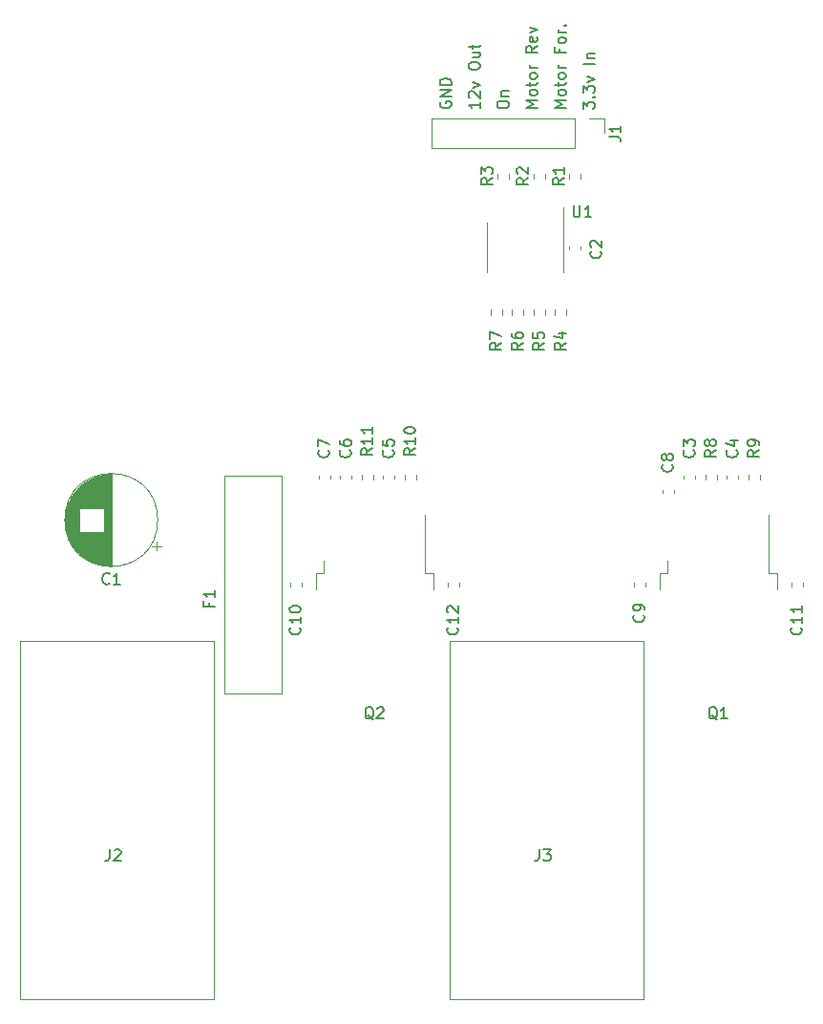
<source format=gbr>
%TF.GenerationSoftware,KiCad,Pcbnew,6.0.2+dfsg-1*%
%TF.CreationDate,2022-11-28T11:13:57-05:00*%
%TF.ProjectId,bts7960-clone-board,62747337-3936-4302-9d63-6c6f6e652d62,rev?*%
%TF.SameCoordinates,Original*%
%TF.FileFunction,Legend,Top*%
%TF.FilePolarity,Positive*%
%FSLAX46Y46*%
G04 Gerber Fmt 4.6, Leading zero omitted, Abs format (unit mm)*
G04 Created by KiCad (PCBNEW 6.0.2+dfsg-1) date 2022-11-28 11:13:57*
%MOMM*%
%LPD*%
G01*
G04 APERTURE LIST*
%ADD10C,0.150000*%
%ADD11C,0.120000*%
G04 APERTURE END LIST*
D10*
X94115000Y-42320595D02*
X94067380Y-42415833D01*
X94067380Y-42558690D01*
X94115000Y-42701547D01*
X94210238Y-42796785D01*
X94305476Y-42844404D01*
X94495952Y-42892023D01*
X94638809Y-42892023D01*
X94829285Y-42844404D01*
X94924523Y-42796785D01*
X95019761Y-42701547D01*
X95067380Y-42558690D01*
X95067380Y-42463452D01*
X95019761Y-42320595D01*
X94972142Y-42272976D01*
X94638809Y-42272976D01*
X94638809Y-42463452D01*
X95067380Y-41844404D02*
X94067380Y-41844404D01*
X95067380Y-41272976D01*
X94067380Y-41272976D01*
X95067380Y-40796785D02*
X94067380Y-40796785D01*
X94067380Y-40558690D01*
X94115000Y-40415833D01*
X94210238Y-40320595D01*
X94305476Y-40272976D01*
X94495952Y-40225357D01*
X94638809Y-40225357D01*
X94829285Y-40272976D01*
X94924523Y-40320595D01*
X95019761Y-40415833D01*
X95067380Y-40558690D01*
X95067380Y-40796785D01*
X97607380Y-42320595D02*
X97607380Y-42892023D01*
X97607380Y-42606309D02*
X96607380Y-42606309D01*
X96750238Y-42701547D01*
X96845476Y-42796785D01*
X96893095Y-42892023D01*
X96702619Y-41939642D02*
X96655000Y-41892023D01*
X96607380Y-41796785D01*
X96607380Y-41558690D01*
X96655000Y-41463452D01*
X96702619Y-41415833D01*
X96797857Y-41368214D01*
X96893095Y-41368214D01*
X97035952Y-41415833D01*
X97607380Y-41987261D01*
X97607380Y-41368214D01*
X96940714Y-41034880D02*
X97607380Y-40796785D01*
X96940714Y-40558690D01*
X96607380Y-39225357D02*
X96607380Y-39034880D01*
X96655000Y-38939642D01*
X96750238Y-38844404D01*
X96940714Y-38796785D01*
X97274047Y-38796785D01*
X97464523Y-38844404D01*
X97559761Y-38939642D01*
X97607380Y-39034880D01*
X97607380Y-39225357D01*
X97559761Y-39320595D01*
X97464523Y-39415833D01*
X97274047Y-39463452D01*
X96940714Y-39463452D01*
X96750238Y-39415833D01*
X96655000Y-39320595D01*
X96607380Y-39225357D01*
X96940714Y-37939642D02*
X97607380Y-37939642D01*
X96940714Y-38368214D02*
X97464523Y-38368214D01*
X97559761Y-38320595D01*
X97607380Y-38225357D01*
X97607380Y-38082500D01*
X97559761Y-37987261D01*
X97512142Y-37939642D01*
X96940714Y-37606309D02*
X96940714Y-37225357D01*
X96607380Y-37463452D02*
X97464523Y-37463452D01*
X97559761Y-37415833D01*
X97607380Y-37320595D01*
X97607380Y-37225357D01*
X99147380Y-42653928D02*
X99147380Y-42463452D01*
X99195000Y-42368214D01*
X99290238Y-42272976D01*
X99480714Y-42225357D01*
X99814047Y-42225357D01*
X100004523Y-42272976D01*
X100099761Y-42368214D01*
X100147380Y-42463452D01*
X100147380Y-42653928D01*
X100099761Y-42749166D01*
X100004523Y-42844404D01*
X99814047Y-42892023D01*
X99480714Y-42892023D01*
X99290238Y-42844404D01*
X99195000Y-42749166D01*
X99147380Y-42653928D01*
X99480714Y-41796785D02*
X100147380Y-41796785D01*
X99575952Y-41796785D02*
X99528333Y-41749166D01*
X99480714Y-41653928D01*
X99480714Y-41511071D01*
X99528333Y-41415833D01*
X99623571Y-41368214D01*
X100147380Y-41368214D01*
X102687380Y-42844404D02*
X101687380Y-42844404D01*
X102401666Y-42511071D01*
X101687380Y-42177738D01*
X102687380Y-42177738D01*
X102687380Y-41558690D02*
X102639761Y-41653928D01*
X102592142Y-41701547D01*
X102496904Y-41749166D01*
X102211190Y-41749166D01*
X102115952Y-41701547D01*
X102068333Y-41653928D01*
X102020714Y-41558690D01*
X102020714Y-41415833D01*
X102068333Y-41320595D01*
X102115952Y-41272976D01*
X102211190Y-41225357D01*
X102496904Y-41225357D01*
X102592142Y-41272976D01*
X102639761Y-41320595D01*
X102687380Y-41415833D01*
X102687380Y-41558690D01*
X102020714Y-40939642D02*
X102020714Y-40558690D01*
X101687380Y-40796785D02*
X102544523Y-40796785D01*
X102639761Y-40749166D01*
X102687380Y-40653928D01*
X102687380Y-40558690D01*
X102687380Y-40082500D02*
X102639761Y-40177738D01*
X102592142Y-40225357D01*
X102496904Y-40272976D01*
X102211190Y-40272976D01*
X102115952Y-40225357D01*
X102068333Y-40177738D01*
X102020714Y-40082500D01*
X102020714Y-39939642D01*
X102068333Y-39844404D01*
X102115952Y-39796785D01*
X102211190Y-39749166D01*
X102496904Y-39749166D01*
X102592142Y-39796785D01*
X102639761Y-39844404D01*
X102687380Y-39939642D01*
X102687380Y-40082500D01*
X102687380Y-39320595D02*
X102020714Y-39320595D01*
X102211190Y-39320595D02*
X102115952Y-39272976D01*
X102068333Y-39225357D01*
X102020714Y-39130119D01*
X102020714Y-39034880D01*
X102687380Y-37368214D02*
X102211190Y-37701547D01*
X102687380Y-37939642D02*
X101687380Y-37939642D01*
X101687380Y-37558690D01*
X101735000Y-37463452D01*
X101782619Y-37415833D01*
X101877857Y-37368214D01*
X102020714Y-37368214D01*
X102115952Y-37415833D01*
X102163571Y-37463452D01*
X102211190Y-37558690D01*
X102211190Y-37939642D01*
X102639761Y-36558690D02*
X102687380Y-36653928D01*
X102687380Y-36844404D01*
X102639761Y-36939642D01*
X102544523Y-36987261D01*
X102163571Y-36987261D01*
X102068333Y-36939642D01*
X102020714Y-36844404D01*
X102020714Y-36653928D01*
X102068333Y-36558690D01*
X102163571Y-36511071D01*
X102258809Y-36511071D01*
X102354047Y-36987261D01*
X102020714Y-36177738D02*
X102687380Y-35939642D01*
X102020714Y-35701547D01*
X105227380Y-42844404D02*
X104227380Y-42844404D01*
X104941666Y-42511071D01*
X104227380Y-42177738D01*
X105227380Y-42177738D01*
X105227380Y-41558690D02*
X105179761Y-41653928D01*
X105132142Y-41701547D01*
X105036904Y-41749166D01*
X104751190Y-41749166D01*
X104655952Y-41701547D01*
X104608333Y-41653928D01*
X104560714Y-41558690D01*
X104560714Y-41415833D01*
X104608333Y-41320595D01*
X104655952Y-41272976D01*
X104751190Y-41225357D01*
X105036904Y-41225357D01*
X105132142Y-41272976D01*
X105179761Y-41320595D01*
X105227380Y-41415833D01*
X105227380Y-41558690D01*
X104560714Y-40939642D02*
X104560714Y-40558690D01*
X104227380Y-40796785D02*
X105084523Y-40796785D01*
X105179761Y-40749166D01*
X105227380Y-40653928D01*
X105227380Y-40558690D01*
X105227380Y-40082500D02*
X105179761Y-40177738D01*
X105132142Y-40225357D01*
X105036904Y-40272976D01*
X104751190Y-40272976D01*
X104655952Y-40225357D01*
X104608333Y-40177738D01*
X104560714Y-40082500D01*
X104560714Y-39939642D01*
X104608333Y-39844404D01*
X104655952Y-39796785D01*
X104751190Y-39749166D01*
X105036904Y-39749166D01*
X105132142Y-39796785D01*
X105179761Y-39844404D01*
X105227380Y-39939642D01*
X105227380Y-40082500D01*
X105227380Y-39320595D02*
X104560714Y-39320595D01*
X104751190Y-39320595D02*
X104655952Y-39272976D01*
X104608333Y-39225357D01*
X104560714Y-39130119D01*
X104560714Y-39034880D01*
X104703571Y-37606309D02*
X104703571Y-37939642D01*
X105227380Y-37939642D02*
X104227380Y-37939642D01*
X104227380Y-37463452D01*
X105227380Y-36939642D02*
X105179761Y-37034880D01*
X105132142Y-37082500D01*
X105036904Y-37130119D01*
X104751190Y-37130119D01*
X104655952Y-37082500D01*
X104608333Y-37034880D01*
X104560714Y-36939642D01*
X104560714Y-36796785D01*
X104608333Y-36701547D01*
X104655952Y-36653928D01*
X104751190Y-36606309D01*
X105036904Y-36606309D01*
X105132142Y-36653928D01*
X105179761Y-36701547D01*
X105227380Y-36796785D01*
X105227380Y-36939642D01*
X105227380Y-36177738D02*
X104560714Y-36177738D01*
X104751190Y-36177738D02*
X104655952Y-36130119D01*
X104608333Y-36082500D01*
X104560714Y-35987261D01*
X104560714Y-35892023D01*
X105132142Y-35558690D02*
X105179761Y-35511071D01*
X105227380Y-35558690D01*
X105179761Y-35606309D01*
X105132142Y-35558690D01*
X105227380Y-35558690D01*
X106767380Y-42939642D02*
X106767380Y-42320595D01*
X107148333Y-42653928D01*
X107148333Y-42511071D01*
X107195952Y-42415833D01*
X107243571Y-42368214D01*
X107338809Y-42320595D01*
X107576904Y-42320595D01*
X107672142Y-42368214D01*
X107719761Y-42415833D01*
X107767380Y-42511071D01*
X107767380Y-42796785D01*
X107719761Y-42892023D01*
X107672142Y-42939642D01*
X107672142Y-41892023D02*
X107719761Y-41844404D01*
X107767380Y-41892023D01*
X107719761Y-41939642D01*
X107672142Y-41892023D01*
X107767380Y-41892023D01*
X106767380Y-41511071D02*
X106767380Y-40892023D01*
X107148333Y-41225357D01*
X107148333Y-41082500D01*
X107195952Y-40987261D01*
X107243571Y-40939642D01*
X107338809Y-40892023D01*
X107576904Y-40892023D01*
X107672142Y-40939642D01*
X107719761Y-40987261D01*
X107767380Y-41082500D01*
X107767380Y-41368214D01*
X107719761Y-41463452D01*
X107672142Y-41511071D01*
X107100714Y-40558690D02*
X107767380Y-40320595D01*
X107100714Y-40082500D01*
X107767380Y-38939642D02*
X106767380Y-38939642D01*
X107100714Y-38463452D02*
X107767380Y-38463452D01*
X107195952Y-38463452D02*
X107148333Y-38415833D01*
X107100714Y-38320595D01*
X107100714Y-38177738D01*
X107148333Y-38082500D01*
X107243571Y-38034880D01*
X107767380Y-38034880D01*
%TO.C,C11*%
X126087142Y-88907857D02*
X126134761Y-88955476D01*
X126182380Y-89098333D01*
X126182380Y-89193571D01*
X126134761Y-89336428D01*
X126039523Y-89431666D01*
X125944285Y-89479285D01*
X125753809Y-89526904D01*
X125610952Y-89526904D01*
X125420476Y-89479285D01*
X125325238Y-89431666D01*
X125230000Y-89336428D01*
X125182380Y-89193571D01*
X125182380Y-89098333D01*
X125230000Y-88955476D01*
X125277619Y-88907857D01*
X126182380Y-87955476D02*
X126182380Y-88526904D01*
X126182380Y-88241190D02*
X125182380Y-88241190D01*
X125325238Y-88336428D01*
X125420476Y-88431666D01*
X125468095Y-88526904D01*
X126182380Y-87003095D02*
X126182380Y-87574523D01*
X126182380Y-87288809D02*
X125182380Y-87288809D01*
X125325238Y-87384047D01*
X125420476Y-87479285D01*
X125468095Y-87574523D01*
%TO.C,R2*%
X101892380Y-49061666D02*
X101416190Y-49395000D01*
X101892380Y-49633095D02*
X100892380Y-49633095D01*
X100892380Y-49252142D01*
X100940000Y-49156904D01*
X100987619Y-49109285D01*
X101082857Y-49061666D01*
X101225714Y-49061666D01*
X101320952Y-49109285D01*
X101368571Y-49156904D01*
X101416190Y-49252142D01*
X101416190Y-49633095D01*
X100987619Y-48680714D02*
X100940000Y-48633095D01*
X100892380Y-48537857D01*
X100892380Y-48299761D01*
X100940000Y-48204523D01*
X100987619Y-48156904D01*
X101082857Y-48109285D01*
X101178095Y-48109285D01*
X101320952Y-48156904D01*
X101892380Y-48728333D01*
X101892380Y-48109285D01*
%TO.C,R7*%
X99512380Y-63666666D02*
X99036190Y-64000000D01*
X99512380Y-64238095D02*
X98512380Y-64238095D01*
X98512380Y-63857142D01*
X98560000Y-63761904D01*
X98607619Y-63714285D01*
X98702857Y-63666666D01*
X98845714Y-63666666D01*
X98940952Y-63714285D01*
X98988571Y-63761904D01*
X99036190Y-63857142D01*
X99036190Y-64238095D01*
X98512380Y-63333333D02*
X98512380Y-62666666D01*
X99512380Y-63095238D01*
%TO.C,J1*%
X109097380Y-45418333D02*
X109811666Y-45418333D01*
X109954523Y-45465952D01*
X110049761Y-45561190D01*
X110097380Y-45704047D01*
X110097380Y-45799285D01*
X110097380Y-44418333D02*
X110097380Y-44989761D01*
X110097380Y-44704047D02*
X109097380Y-44704047D01*
X109240238Y-44799285D01*
X109335476Y-44894523D01*
X109383095Y-44989761D01*
%TO.C,C9*%
X112117142Y-87796666D02*
X112164761Y-87844285D01*
X112212380Y-87987142D01*
X112212380Y-88082380D01*
X112164761Y-88225238D01*
X112069523Y-88320476D01*
X111974285Y-88368095D01*
X111783809Y-88415714D01*
X111640952Y-88415714D01*
X111450476Y-88368095D01*
X111355238Y-88320476D01*
X111260000Y-88225238D01*
X111212380Y-88082380D01*
X111212380Y-87987142D01*
X111260000Y-87844285D01*
X111307619Y-87796666D01*
X112212380Y-87320476D02*
X112212380Y-87130000D01*
X112164761Y-87034761D01*
X112117142Y-86987142D01*
X111974285Y-86891904D01*
X111783809Y-86844285D01*
X111402857Y-86844285D01*
X111307619Y-86891904D01*
X111260000Y-86939523D01*
X111212380Y-87034761D01*
X111212380Y-87225238D01*
X111260000Y-87320476D01*
X111307619Y-87368095D01*
X111402857Y-87415714D01*
X111640952Y-87415714D01*
X111736190Y-87368095D01*
X111783809Y-87320476D01*
X111831428Y-87225238D01*
X111831428Y-87034761D01*
X111783809Y-86939523D01*
X111736190Y-86891904D01*
X111640952Y-86844285D01*
%TO.C,Q2*%
X88169761Y-97067619D02*
X88074523Y-97020000D01*
X87979285Y-96924761D01*
X87836428Y-96781904D01*
X87741190Y-96734285D01*
X87645952Y-96734285D01*
X87693571Y-96972380D02*
X87598333Y-96924761D01*
X87503095Y-96829523D01*
X87455476Y-96639047D01*
X87455476Y-96305714D01*
X87503095Y-96115238D01*
X87598333Y-96020000D01*
X87693571Y-95972380D01*
X87884047Y-95972380D01*
X87979285Y-96020000D01*
X88074523Y-96115238D01*
X88122142Y-96305714D01*
X88122142Y-96639047D01*
X88074523Y-96829523D01*
X87979285Y-96924761D01*
X87884047Y-96972380D01*
X87693571Y-96972380D01*
X88503095Y-96067619D02*
X88550714Y-96020000D01*
X88645952Y-95972380D01*
X88884047Y-95972380D01*
X88979285Y-96020000D01*
X89026904Y-96067619D01*
X89074523Y-96162857D01*
X89074523Y-96258095D01*
X89026904Y-96400952D01*
X88455476Y-96972380D01*
X89074523Y-96972380D01*
%TO.C,C3*%
X116562142Y-73191666D02*
X116609761Y-73239285D01*
X116657380Y-73382142D01*
X116657380Y-73477380D01*
X116609761Y-73620238D01*
X116514523Y-73715476D01*
X116419285Y-73763095D01*
X116228809Y-73810714D01*
X116085952Y-73810714D01*
X115895476Y-73763095D01*
X115800238Y-73715476D01*
X115705000Y-73620238D01*
X115657380Y-73477380D01*
X115657380Y-73382142D01*
X115705000Y-73239285D01*
X115752619Y-73191666D01*
X115657380Y-72858333D02*
X115657380Y-72239285D01*
X116038333Y-72572619D01*
X116038333Y-72429761D01*
X116085952Y-72334523D01*
X116133571Y-72286904D01*
X116228809Y-72239285D01*
X116466904Y-72239285D01*
X116562142Y-72286904D01*
X116609761Y-72334523D01*
X116657380Y-72429761D01*
X116657380Y-72715476D01*
X116609761Y-72810714D01*
X116562142Y-72858333D01*
%TO.C,J2*%
X64777666Y-108577380D02*
X64777666Y-109291666D01*
X64730047Y-109434523D01*
X64634809Y-109529761D01*
X64491952Y-109577380D01*
X64396714Y-109577380D01*
X65206238Y-108672619D02*
X65253857Y-108625000D01*
X65349095Y-108577380D01*
X65587190Y-108577380D01*
X65682428Y-108625000D01*
X65730047Y-108672619D01*
X65777666Y-108767857D01*
X65777666Y-108863095D01*
X65730047Y-109005952D01*
X65158619Y-109577380D01*
X65777666Y-109577380D01*
%TO.C,R11*%
X88082380Y-73032857D02*
X87606190Y-73366190D01*
X88082380Y-73604285D02*
X87082380Y-73604285D01*
X87082380Y-73223333D01*
X87130000Y-73128095D01*
X87177619Y-73080476D01*
X87272857Y-73032857D01*
X87415714Y-73032857D01*
X87510952Y-73080476D01*
X87558571Y-73128095D01*
X87606190Y-73223333D01*
X87606190Y-73604285D01*
X88082380Y-72080476D02*
X88082380Y-72651904D01*
X88082380Y-72366190D02*
X87082380Y-72366190D01*
X87225238Y-72461428D01*
X87320476Y-72556666D01*
X87368095Y-72651904D01*
X88082380Y-71128095D02*
X88082380Y-71699523D01*
X88082380Y-71413809D02*
X87082380Y-71413809D01*
X87225238Y-71509047D01*
X87320476Y-71604285D01*
X87368095Y-71699523D01*
%TO.C,C4*%
X120372142Y-73191666D02*
X120419761Y-73239285D01*
X120467380Y-73382142D01*
X120467380Y-73477380D01*
X120419761Y-73620238D01*
X120324523Y-73715476D01*
X120229285Y-73763095D01*
X120038809Y-73810714D01*
X119895952Y-73810714D01*
X119705476Y-73763095D01*
X119610238Y-73715476D01*
X119515000Y-73620238D01*
X119467380Y-73477380D01*
X119467380Y-73382142D01*
X119515000Y-73239285D01*
X119562619Y-73191666D01*
X119800714Y-72334523D02*
X120467380Y-72334523D01*
X119419761Y-72572619D02*
X120134047Y-72810714D01*
X120134047Y-72191666D01*
%TO.C,R9*%
X122372380Y-73191666D02*
X121896190Y-73525000D01*
X122372380Y-73763095D02*
X121372380Y-73763095D01*
X121372380Y-73382142D01*
X121420000Y-73286904D01*
X121467619Y-73239285D01*
X121562857Y-73191666D01*
X121705714Y-73191666D01*
X121800952Y-73239285D01*
X121848571Y-73286904D01*
X121896190Y-73382142D01*
X121896190Y-73763095D01*
X122372380Y-72715476D02*
X122372380Y-72525000D01*
X122324761Y-72429761D01*
X122277142Y-72382142D01*
X122134285Y-72286904D01*
X121943809Y-72239285D01*
X121562857Y-72239285D01*
X121467619Y-72286904D01*
X121420000Y-72334523D01*
X121372380Y-72429761D01*
X121372380Y-72620238D01*
X121420000Y-72715476D01*
X121467619Y-72763095D01*
X121562857Y-72810714D01*
X121800952Y-72810714D01*
X121896190Y-72763095D01*
X121943809Y-72715476D01*
X121991428Y-72620238D01*
X121991428Y-72429761D01*
X121943809Y-72334523D01*
X121896190Y-72286904D01*
X121800952Y-72239285D01*
%TO.C,C12*%
X95607142Y-88907857D02*
X95654761Y-88955476D01*
X95702380Y-89098333D01*
X95702380Y-89193571D01*
X95654761Y-89336428D01*
X95559523Y-89431666D01*
X95464285Y-89479285D01*
X95273809Y-89526904D01*
X95130952Y-89526904D01*
X94940476Y-89479285D01*
X94845238Y-89431666D01*
X94750000Y-89336428D01*
X94702380Y-89193571D01*
X94702380Y-89098333D01*
X94750000Y-88955476D01*
X94797619Y-88907857D01*
X95702380Y-87955476D02*
X95702380Y-88526904D01*
X95702380Y-88241190D02*
X94702380Y-88241190D01*
X94845238Y-88336428D01*
X94940476Y-88431666D01*
X94988095Y-88526904D01*
X94797619Y-87574523D02*
X94750000Y-87526904D01*
X94702380Y-87431666D01*
X94702380Y-87193571D01*
X94750000Y-87098333D01*
X94797619Y-87050714D01*
X94892857Y-87003095D01*
X94988095Y-87003095D01*
X95130952Y-87050714D01*
X95702380Y-87622142D01*
X95702380Y-87003095D01*
%TO.C,R4*%
X105227380Y-63666666D02*
X104751190Y-64000000D01*
X105227380Y-64238095D02*
X104227380Y-64238095D01*
X104227380Y-63857142D01*
X104275000Y-63761904D01*
X104322619Y-63714285D01*
X104417857Y-63666666D01*
X104560714Y-63666666D01*
X104655952Y-63714285D01*
X104703571Y-63761904D01*
X104751190Y-63857142D01*
X104751190Y-64238095D01*
X104560714Y-62809523D02*
X105227380Y-62809523D01*
X104179761Y-63047619D02*
X104894047Y-63285714D01*
X104894047Y-62666666D01*
%TO.C,C5*%
X89892142Y-73191666D02*
X89939761Y-73239285D01*
X89987380Y-73382142D01*
X89987380Y-73477380D01*
X89939761Y-73620238D01*
X89844523Y-73715476D01*
X89749285Y-73763095D01*
X89558809Y-73810714D01*
X89415952Y-73810714D01*
X89225476Y-73763095D01*
X89130238Y-73715476D01*
X89035000Y-73620238D01*
X88987380Y-73477380D01*
X88987380Y-73382142D01*
X89035000Y-73239285D01*
X89082619Y-73191666D01*
X88987380Y-72286904D02*
X88987380Y-72763095D01*
X89463571Y-72810714D01*
X89415952Y-72763095D01*
X89368333Y-72667857D01*
X89368333Y-72429761D01*
X89415952Y-72334523D01*
X89463571Y-72286904D01*
X89558809Y-72239285D01*
X89796904Y-72239285D01*
X89892142Y-72286904D01*
X89939761Y-72334523D01*
X89987380Y-72429761D01*
X89987380Y-72667857D01*
X89939761Y-72763095D01*
X89892142Y-72810714D01*
%TO.C,C1*%
X64758333Y-84982142D02*
X64710714Y-85029761D01*
X64567857Y-85077380D01*
X64472619Y-85077380D01*
X64329761Y-85029761D01*
X64234523Y-84934523D01*
X64186904Y-84839285D01*
X64139285Y-84648809D01*
X64139285Y-84505952D01*
X64186904Y-84315476D01*
X64234523Y-84220238D01*
X64329761Y-84125000D01*
X64472619Y-84077380D01*
X64567857Y-84077380D01*
X64710714Y-84125000D01*
X64758333Y-84172619D01*
X65710714Y-85077380D02*
X65139285Y-85077380D01*
X65425000Y-85077380D02*
X65425000Y-84077380D01*
X65329761Y-84220238D01*
X65234523Y-84315476D01*
X65139285Y-84363095D01*
%TO.C,Q1*%
X118649761Y-97067619D02*
X118554523Y-97020000D01*
X118459285Y-96924761D01*
X118316428Y-96781904D01*
X118221190Y-96734285D01*
X118125952Y-96734285D01*
X118173571Y-96972380D02*
X118078333Y-96924761D01*
X117983095Y-96829523D01*
X117935476Y-96639047D01*
X117935476Y-96305714D01*
X117983095Y-96115238D01*
X118078333Y-96020000D01*
X118173571Y-95972380D01*
X118364047Y-95972380D01*
X118459285Y-96020000D01*
X118554523Y-96115238D01*
X118602142Y-96305714D01*
X118602142Y-96639047D01*
X118554523Y-96829523D01*
X118459285Y-96924761D01*
X118364047Y-96972380D01*
X118173571Y-96972380D01*
X119554523Y-96972380D02*
X118983095Y-96972380D01*
X119268809Y-96972380D02*
X119268809Y-95972380D01*
X119173571Y-96115238D01*
X119078333Y-96210476D01*
X118983095Y-96258095D01*
%TO.C,C10*%
X81637142Y-88907857D02*
X81684761Y-88955476D01*
X81732380Y-89098333D01*
X81732380Y-89193571D01*
X81684761Y-89336428D01*
X81589523Y-89431666D01*
X81494285Y-89479285D01*
X81303809Y-89526904D01*
X81160952Y-89526904D01*
X80970476Y-89479285D01*
X80875238Y-89431666D01*
X80780000Y-89336428D01*
X80732380Y-89193571D01*
X80732380Y-89098333D01*
X80780000Y-88955476D01*
X80827619Y-88907857D01*
X81732380Y-87955476D02*
X81732380Y-88526904D01*
X81732380Y-88241190D02*
X80732380Y-88241190D01*
X80875238Y-88336428D01*
X80970476Y-88431666D01*
X81018095Y-88526904D01*
X80732380Y-87336428D02*
X80732380Y-87241190D01*
X80780000Y-87145952D01*
X80827619Y-87098333D01*
X80922857Y-87050714D01*
X81113333Y-87003095D01*
X81351428Y-87003095D01*
X81541904Y-87050714D01*
X81637142Y-87098333D01*
X81684761Y-87145952D01*
X81732380Y-87241190D01*
X81732380Y-87336428D01*
X81684761Y-87431666D01*
X81637142Y-87479285D01*
X81541904Y-87526904D01*
X81351428Y-87574523D01*
X81113333Y-87574523D01*
X80922857Y-87526904D01*
X80827619Y-87479285D01*
X80780000Y-87431666D01*
X80732380Y-87336428D01*
%TO.C,U1*%
X105918095Y-51522380D02*
X105918095Y-52331904D01*
X105965714Y-52427142D01*
X106013333Y-52474761D01*
X106108571Y-52522380D01*
X106299047Y-52522380D01*
X106394285Y-52474761D01*
X106441904Y-52427142D01*
X106489523Y-52331904D01*
X106489523Y-51522380D01*
X107489523Y-52522380D02*
X106918095Y-52522380D01*
X107203809Y-52522380D02*
X107203809Y-51522380D01*
X107108571Y-51665238D01*
X107013333Y-51760476D01*
X106918095Y-51808095D01*
%TO.C,R8*%
X118562380Y-73191666D02*
X118086190Y-73525000D01*
X118562380Y-73763095D02*
X117562380Y-73763095D01*
X117562380Y-73382142D01*
X117610000Y-73286904D01*
X117657619Y-73239285D01*
X117752857Y-73191666D01*
X117895714Y-73191666D01*
X117990952Y-73239285D01*
X118038571Y-73286904D01*
X118086190Y-73382142D01*
X118086190Y-73763095D01*
X117990952Y-72620238D02*
X117943333Y-72715476D01*
X117895714Y-72763095D01*
X117800476Y-72810714D01*
X117752857Y-72810714D01*
X117657619Y-72763095D01*
X117610000Y-72715476D01*
X117562380Y-72620238D01*
X117562380Y-72429761D01*
X117610000Y-72334523D01*
X117657619Y-72286904D01*
X117752857Y-72239285D01*
X117800476Y-72239285D01*
X117895714Y-72286904D01*
X117943333Y-72334523D01*
X117990952Y-72429761D01*
X117990952Y-72620238D01*
X118038571Y-72715476D01*
X118086190Y-72763095D01*
X118181428Y-72810714D01*
X118371904Y-72810714D01*
X118467142Y-72763095D01*
X118514761Y-72715476D01*
X118562380Y-72620238D01*
X118562380Y-72429761D01*
X118514761Y-72334523D01*
X118467142Y-72286904D01*
X118371904Y-72239285D01*
X118181428Y-72239285D01*
X118086190Y-72286904D01*
X118038571Y-72334523D01*
X117990952Y-72429761D01*
%TO.C,C2*%
X108307142Y-55552246D02*
X108354761Y-55599865D01*
X108402380Y-55742722D01*
X108402380Y-55837960D01*
X108354761Y-55980818D01*
X108259523Y-56076056D01*
X108164285Y-56123675D01*
X107973809Y-56171294D01*
X107830952Y-56171294D01*
X107640476Y-56123675D01*
X107545238Y-56076056D01*
X107450000Y-55980818D01*
X107402380Y-55837960D01*
X107402380Y-55742722D01*
X107450000Y-55599865D01*
X107497619Y-55552246D01*
X107497619Y-55171294D02*
X107450000Y-55123675D01*
X107402380Y-55028437D01*
X107402380Y-54790341D01*
X107450000Y-54695103D01*
X107497619Y-54647484D01*
X107592857Y-54599865D01*
X107688095Y-54599865D01*
X107830952Y-54647484D01*
X108402380Y-55218913D01*
X108402380Y-54599865D01*
%TO.C,C6*%
X86082142Y-73191666D02*
X86129761Y-73239285D01*
X86177380Y-73382142D01*
X86177380Y-73477380D01*
X86129761Y-73620238D01*
X86034523Y-73715476D01*
X85939285Y-73763095D01*
X85748809Y-73810714D01*
X85605952Y-73810714D01*
X85415476Y-73763095D01*
X85320238Y-73715476D01*
X85225000Y-73620238D01*
X85177380Y-73477380D01*
X85177380Y-73382142D01*
X85225000Y-73239285D01*
X85272619Y-73191666D01*
X85177380Y-72334523D02*
X85177380Y-72525000D01*
X85225000Y-72620238D01*
X85272619Y-72667857D01*
X85415476Y-72763095D01*
X85605952Y-72810714D01*
X85986904Y-72810714D01*
X86082142Y-72763095D01*
X86129761Y-72715476D01*
X86177380Y-72620238D01*
X86177380Y-72429761D01*
X86129761Y-72334523D01*
X86082142Y-72286904D01*
X85986904Y-72239285D01*
X85748809Y-72239285D01*
X85653571Y-72286904D01*
X85605952Y-72334523D01*
X85558333Y-72429761D01*
X85558333Y-72620238D01*
X85605952Y-72715476D01*
X85653571Y-72763095D01*
X85748809Y-72810714D01*
%TO.C,R1*%
X105067380Y-49061666D02*
X104591190Y-49395000D01*
X105067380Y-49633095D02*
X104067380Y-49633095D01*
X104067380Y-49252142D01*
X104115000Y-49156904D01*
X104162619Y-49109285D01*
X104257857Y-49061666D01*
X104400714Y-49061666D01*
X104495952Y-49109285D01*
X104543571Y-49156904D01*
X104591190Y-49252142D01*
X104591190Y-49633095D01*
X105067380Y-48109285D02*
X105067380Y-48680714D01*
X105067380Y-48395000D02*
X104067380Y-48395000D01*
X104210238Y-48490238D01*
X104305476Y-48585476D01*
X104353095Y-48680714D01*
%TO.C,F1*%
X73588571Y-86693333D02*
X73588571Y-87026666D01*
X74112380Y-87026666D02*
X73112380Y-87026666D01*
X73112380Y-86550476D01*
X74112380Y-85645714D02*
X74112380Y-86217142D01*
X74112380Y-85931428D02*
X73112380Y-85931428D01*
X73255238Y-86026666D01*
X73350476Y-86121904D01*
X73398095Y-86217142D01*
%TO.C,C7*%
X84177142Y-73191666D02*
X84224761Y-73239285D01*
X84272380Y-73382142D01*
X84272380Y-73477380D01*
X84224761Y-73620238D01*
X84129523Y-73715476D01*
X84034285Y-73763095D01*
X83843809Y-73810714D01*
X83700952Y-73810714D01*
X83510476Y-73763095D01*
X83415238Y-73715476D01*
X83320000Y-73620238D01*
X83272380Y-73477380D01*
X83272380Y-73382142D01*
X83320000Y-73239285D01*
X83367619Y-73191666D01*
X83272380Y-72858333D02*
X83272380Y-72191666D01*
X84272380Y-72620238D01*
%TO.C,R10*%
X91892380Y-73032857D02*
X91416190Y-73366190D01*
X91892380Y-73604285D02*
X90892380Y-73604285D01*
X90892380Y-73223333D01*
X90940000Y-73128095D01*
X90987619Y-73080476D01*
X91082857Y-73032857D01*
X91225714Y-73032857D01*
X91320952Y-73080476D01*
X91368571Y-73128095D01*
X91416190Y-73223333D01*
X91416190Y-73604285D01*
X91892380Y-72080476D02*
X91892380Y-72651904D01*
X91892380Y-72366190D02*
X90892380Y-72366190D01*
X91035238Y-72461428D01*
X91130476Y-72556666D01*
X91178095Y-72651904D01*
X90892380Y-71461428D02*
X90892380Y-71366190D01*
X90940000Y-71270952D01*
X90987619Y-71223333D01*
X91082857Y-71175714D01*
X91273333Y-71128095D01*
X91511428Y-71128095D01*
X91701904Y-71175714D01*
X91797142Y-71223333D01*
X91844761Y-71270952D01*
X91892380Y-71366190D01*
X91892380Y-71461428D01*
X91844761Y-71556666D01*
X91797142Y-71604285D01*
X91701904Y-71651904D01*
X91511428Y-71699523D01*
X91273333Y-71699523D01*
X91082857Y-71651904D01*
X90987619Y-71604285D01*
X90940000Y-71556666D01*
X90892380Y-71461428D01*
%TO.C,R6*%
X101417380Y-63666666D02*
X100941190Y-64000000D01*
X101417380Y-64238095D02*
X100417380Y-64238095D01*
X100417380Y-63857142D01*
X100465000Y-63761904D01*
X100512619Y-63714285D01*
X100607857Y-63666666D01*
X100750714Y-63666666D01*
X100845952Y-63714285D01*
X100893571Y-63761904D01*
X100941190Y-63857142D01*
X100941190Y-64238095D01*
X100417380Y-62809523D02*
X100417380Y-63000000D01*
X100465000Y-63095238D01*
X100512619Y-63142857D01*
X100655476Y-63238095D01*
X100845952Y-63285714D01*
X101226904Y-63285714D01*
X101322142Y-63238095D01*
X101369761Y-63190476D01*
X101417380Y-63095238D01*
X101417380Y-62904761D01*
X101369761Y-62809523D01*
X101322142Y-62761904D01*
X101226904Y-62714285D01*
X100988809Y-62714285D01*
X100893571Y-62761904D01*
X100845952Y-62809523D01*
X100798333Y-62904761D01*
X100798333Y-63095238D01*
X100845952Y-63190476D01*
X100893571Y-63238095D01*
X100988809Y-63285714D01*
%TO.C,J3*%
X102877666Y-108577380D02*
X102877666Y-109291666D01*
X102830047Y-109434523D01*
X102734809Y-109529761D01*
X102591952Y-109577380D01*
X102496714Y-109577380D01*
X103258619Y-108577380D02*
X103877666Y-108577380D01*
X103544333Y-108958333D01*
X103687190Y-108958333D01*
X103782428Y-109005952D01*
X103830047Y-109053571D01*
X103877666Y-109148809D01*
X103877666Y-109386904D01*
X103830047Y-109482142D01*
X103782428Y-109529761D01*
X103687190Y-109577380D01*
X103401476Y-109577380D01*
X103306238Y-109529761D01*
X103258619Y-109482142D01*
%TO.C,C8*%
X114657142Y-74461666D02*
X114704761Y-74509285D01*
X114752380Y-74652142D01*
X114752380Y-74747380D01*
X114704761Y-74890238D01*
X114609523Y-74985476D01*
X114514285Y-75033095D01*
X114323809Y-75080714D01*
X114180952Y-75080714D01*
X113990476Y-75033095D01*
X113895238Y-74985476D01*
X113800000Y-74890238D01*
X113752380Y-74747380D01*
X113752380Y-74652142D01*
X113800000Y-74509285D01*
X113847619Y-74461666D01*
X114180952Y-73890238D02*
X114133333Y-73985476D01*
X114085714Y-74033095D01*
X113990476Y-74080714D01*
X113942857Y-74080714D01*
X113847619Y-74033095D01*
X113800000Y-73985476D01*
X113752380Y-73890238D01*
X113752380Y-73699761D01*
X113800000Y-73604523D01*
X113847619Y-73556904D01*
X113942857Y-73509285D01*
X113990476Y-73509285D01*
X114085714Y-73556904D01*
X114133333Y-73604523D01*
X114180952Y-73699761D01*
X114180952Y-73890238D01*
X114228571Y-73985476D01*
X114276190Y-74033095D01*
X114371428Y-74080714D01*
X114561904Y-74080714D01*
X114657142Y-74033095D01*
X114704761Y-73985476D01*
X114752380Y-73890238D01*
X114752380Y-73699761D01*
X114704761Y-73604523D01*
X114657142Y-73556904D01*
X114561904Y-73509285D01*
X114371428Y-73509285D01*
X114276190Y-73556904D01*
X114228571Y-73604523D01*
X114180952Y-73699761D01*
%TO.C,R3*%
X98717380Y-49061666D02*
X98241190Y-49395000D01*
X98717380Y-49633095D02*
X97717380Y-49633095D01*
X97717380Y-49252142D01*
X97765000Y-49156904D01*
X97812619Y-49109285D01*
X97907857Y-49061666D01*
X98050714Y-49061666D01*
X98145952Y-49109285D01*
X98193571Y-49156904D01*
X98241190Y-49252142D01*
X98241190Y-49633095D01*
X97717380Y-48728333D02*
X97717380Y-48109285D01*
X98098333Y-48442619D01*
X98098333Y-48299761D01*
X98145952Y-48204523D01*
X98193571Y-48156904D01*
X98288809Y-48109285D01*
X98526904Y-48109285D01*
X98622142Y-48156904D01*
X98669761Y-48204523D01*
X98717380Y-48299761D01*
X98717380Y-48585476D01*
X98669761Y-48680714D01*
X98622142Y-48728333D01*
%TO.C,R5*%
X103322380Y-63666666D02*
X102846190Y-64000000D01*
X103322380Y-64238095D02*
X102322380Y-64238095D01*
X102322380Y-63857142D01*
X102370000Y-63761904D01*
X102417619Y-63714285D01*
X102512857Y-63666666D01*
X102655714Y-63666666D01*
X102750952Y-63714285D01*
X102798571Y-63761904D01*
X102846190Y-63857142D01*
X102846190Y-64238095D01*
X102322380Y-62761904D02*
X102322380Y-63238095D01*
X102798571Y-63285714D01*
X102750952Y-63238095D01*
X102703333Y-63142857D01*
X102703333Y-62904761D01*
X102750952Y-62809523D01*
X102798571Y-62761904D01*
X102893809Y-62714285D01*
X103131904Y-62714285D01*
X103227142Y-62761904D01*
X103274761Y-62809523D01*
X103322380Y-62904761D01*
X103322380Y-63142857D01*
X103274761Y-63238095D01*
X103227142Y-63285714D01*
D11*
%TO.C,C11*%
X126240000Y-85230580D02*
X126240000Y-84949420D01*
X125220000Y-85230580D02*
X125220000Y-84949420D01*
%TO.C,R2*%
X103392500Y-49132258D02*
X103392500Y-48657742D01*
X102347500Y-49132258D02*
X102347500Y-48657742D01*
%TO.C,R7*%
X98537500Y-61197258D02*
X98537500Y-60722742D01*
X99582500Y-61197258D02*
X99582500Y-60722742D01*
%TO.C,J1*%
X107315000Y-43755000D02*
X108645000Y-43755000D01*
X106045000Y-43755000D02*
X93285000Y-43755000D01*
X93285000Y-43755000D02*
X93285000Y-46415000D01*
X106045000Y-43755000D02*
X106045000Y-46415000D01*
X106045000Y-46415000D02*
X93285000Y-46415000D01*
X108645000Y-43755000D02*
X108645000Y-45085000D01*
%TO.C,C9*%
X111250000Y-84949420D02*
X111250000Y-85230580D01*
X112270000Y-84949420D02*
X112270000Y-85230580D01*
%TO.C,Q2*%
X93465000Y-84045000D02*
X92775000Y-84045000D01*
X83065000Y-85545000D02*
X83065000Y-84045000D01*
X83065000Y-84045000D02*
X83755000Y-84045000D01*
X92775000Y-84045000D02*
X92775000Y-78920000D01*
X83755000Y-84045000D02*
X83755000Y-82945000D01*
X93465000Y-85545000D02*
X93465000Y-84045000D01*
%TO.C,C3*%
X116715000Y-75705580D02*
X116715000Y-75424420D01*
X115695000Y-75705580D02*
X115695000Y-75424420D01*
%TO.C,J2*%
X74001000Y-121825000D02*
X56856000Y-121825000D01*
X56856000Y-121825000D02*
X56856000Y-90075000D01*
X56856000Y-90075000D02*
X74001000Y-90075000D01*
X74001000Y-90075000D02*
X74001000Y-121825000D01*
%TO.C,R11*%
X88152500Y-75802258D02*
X88152500Y-75327742D01*
X87107500Y-75802258D02*
X87107500Y-75327742D01*
%TO.C,C4*%
X120525000Y-75705580D02*
X120525000Y-75424420D01*
X119505000Y-75705580D02*
X119505000Y-75424420D01*
%TO.C,R9*%
X122442500Y-75802258D02*
X122442500Y-75327742D01*
X121397500Y-75802258D02*
X121397500Y-75327742D01*
%TO.C,C12*%
X94740000Y-85230580D02*
X94740000Y-84949420D01*
X95760000Y-85230580D02*
X95760000Y-84949420D01*
%TO.C,R4*%
X105297500Y-61197258D02*
X105297500Y-60722742D01*
X104252500Y-61197258D02*
X104252500Y-60722742D01*
%TO.C,C5*%
X89025000Y-75705580D02*
X89025000Y-75424420D01*
X90045000Y-75705580D02*
X90045000Y-75424420D01*
%TO.C,C1*%
X62804000Y-82868000D02*
X62804000Y-80415000D01*
X63284000Y-78335000D02*
X63284000Y-75635000D01*
X63244000Y-78335000D02*
X63244000Y-75653000D01*
X61324000Y-81339000D02*
X61324000Y-77411000D01*
X61244000Y-81188000D02*
X61244000Y-77562000D01*
X62364000Y-78335000D02*
X62364000Y-76186000D01*
X60924000Y-80323000D02*
X60924000Y-78427000D01*
X61124000Y-80927000D02*
X61124000Y-77823000D01*
X63284000Y-83115000D02*
X63284000Y-80415000D01*
X61044000Y-80721000D02*
X61044000Y-78029000D01*
X64044000Y-78335000D02*
X64044000Y-75390000D01*
X64365000Y-83417000D02*
X64365000Y-75333000D01*
X62644000Y-78335000D02*
X62644000Y-75983000D01*
X63084000Y-78335000D02*
X63084000Y-75728000D01*
X61004000Y-80604000D02*
X61004000Y-78146000D01*
X61484000Y-81603000D02*
X61484000Y-77147000D01*
X62644000Y-82767000D02*
X62644000Y-80415000D01*
X64445000Y-83427000D02*
X64445000Y-75323000D01*
X61804000Y-82026000D02*
X61804000Y-76724000D01*
X63564000Y-83225000D02*
X63564000Y-80415000D01*
X63884000Y-78335000D02*
X63884000Y-75428000D01*
X61084000Y-80828000D02*
X61084000Y-77922000D01*
X63564000Y-78335000D02*
X63564000Y-75525000D01*
X63324000Y-83132000D02*
X63324000Y-80415000D01*
X64084000Y-78335000D02*
X64084000Y-75381000D01*
X61724000Y-81931000D02*
X61724000Y-76819000D01*
X63444000Y-83180000D02*
X63444000Y-80415000D01*
X63844000Y-78335000D02*
X63844000Y-75439000D01*
X61604000Y-81775000D02*
X61604000Y-76975000D01*
X61444000Y-81541000D02*
X61444000Y-77209000D01*
X63084000Y-83022000D02*
X63084000Y-80415000D01*
X62164000Y-82394000D02*
X62164000Y-80415000D01*
X63204000Y-78335000D02*
X63204000Y-75671000D01*
X62844000Y-82892000D02*
X62844000Y-80415000D01*
X61644000Y-81829000D02*
X61644000Y-76921000D01*
X62604000Y-78335000D02*
X62604000Y-76010000D01*
X62324000Y-82531000D02*
X62324000Y-80415000D01*
X62284000Y-82499000D02*
X62284000Y-80415000D01*
X62324000Y-78335000D02*
X62324000Y-76219000D01*
X64405000Y-83423000D02*
X64405000Y-75327000D01*
X61844000Y-82072000D02*
X61844000Y-76678000D01*
X62684000Y-78335000D02*
X62684000Y-75957000D01*
X63404000Y-78335000D02*
X63404000Y-75585000D01*
X62564000Y-78335000D02*
X62564000Y-76037000D01*
X63164000Y-83061000D02*
X63164000Y-80415000D01*
X64685000Y-83449000D02*
X64685000Y-75301000D01*
X64485000Y-83432000D02*
X64485000Y-75318000D01*
X61964000Y-82201000D02*
X61964000Y-76549000D01*
X62884000Y-82915000D02*
X62884000Y-80415000D01*
X62404000Y-82595000D02*
X62404000Y-80415000D01*
X63924000Y-78335000D02*
X63924000Y-75418000D01*
X63964000Y-83342000D02*
X63964000Y-80415000D01*
X63484000Y-78335000D02*
X63484000Y-75554000D01*
X63884000Y-83322000D02*
X63884000Y-80415000D01*
X61684000Y-81880000D02*
X61684000Y-76870000D01*
X62444000Y-82625000D02*
X62444000Y-80415000D01*
X63044000Y-83002000D02*
X63044000Y-80415000D01*
X62524000Y-82684000D02*
X62524000Y-80415000D01*
X64805000Y-83454000D02*
X64805000Y-75296000D01*
X62924000Y-82937000D02*
X62924000Y-80415000D01*
X62964000Y-78335000D02*
X62964000Y-75791000D01*
X64645000Y-83446000D02*
X64645000Y-75304000D01*
X63724000Y-83277000D02*
X63724000Y-80415000D01*
X63364000Y-83149000D02*
X63364000Y-80415000D01*
X60844000Y-79908000D02*
X60844000Y-78842000D01*
X63244000Y-83097000D02*
X63244000Y-80415000D01*
X62924000Y-78335000D02*
X62924000Y-75813000D01*
X63684000Y-83264000D02*
X63684000Y-80415000D01*
X61524000Y-81662000D02*
X61524000Y-77088000D01*
X64124000Y-78335000D02*
X64124000Y-75373000D01*
X61284000Y-81265000D02*
X61284000Y-77485000D01*
X63444000Y-78335000D02*
X63444000Y-75570000D01*
X63324000Y-78335000D02*
X63324000Y-75618000D01*
X63964000Y-78335000D02*
X63964000Y-75408000D01*
X62124000Y-82358000D02*
X62124000Y-76392000D01*
X61764000Y-81979000D02*
X61764000Y-76771000D01*
X63724000Y-78335000D02*
X63724000Y-75473000D01*
X62364000Y-82564000D02*
X62364000Y-80415000D01*
X64565000Y-83440000D02*
X64565000Y-75310000D01*
X64325000Y-83412000D02*
X64325000Y-75338000D01*
X63524000Y-78335000D02*
X63524000Y-75540000D01*
X64124000Y-83377000D02*
X64124000Y-80415000D01*
X64925000Y-83455000D02*
X64925000Y-75295000D01*
X62244000Y-78335000D02*
X62244000Y-76285000D01*
X61924000Y-82159000D02*
X61924000Y-76591000D01*
X63644000Y-78335000D02*
X63644000Y-75498000D01*
X64164000Y-83385000D02*
X64164000Y-80415000D01*
X61164000Y-81020000D02*
X61164000Y-77730000D01*
X62804000Y-78335000D02*
X62804000Y-75882000D01*
X62884000Y-78335000D02*
X62884000Y-75835000D01*
X63804000Y-83300000D02*
X63804000Y-80415000D01*
X63524000Y-83210000D02*
X63524000Y-80415000D01*
X64004000Y-83351000D02*
X64004000Y-80415000D01*
X62484000Y-82655000D02*
X62484000Y-80415000D01*
X60884000Y-80143000D02*
X60884000Y-78607000D01*
X62204000Y-78335000D02*
X62204000Y-76320000D01*
X64725000Y-83451000D02*
X64725000Y-75299000D01*
X62444000Y-78335000D02*
X62444000Y-76125000D01*
X63764000Y-78335000D02*
X63764000Y-75461000D01*
X62404000Y-78335000D02*
X62404000Y-76155000D01*
X62964000Y-82959000D02*
X62964000Y-80415000D01*
X64605000Y-83443000D02*
X64605000Y-75307000D01*
X61204000Y-81106000D02*
X61204000Y-77644000D01*
X64765000Y-83452000D02*
X64765000Y-75298000D01*
X64245000Y-83399000D02*
X64245000Y-75351000D01*
X63044000Y-78335000D02*
X63044000Y-75748000D01*
X62764000Y-78335000D02*
X62764000Y-75906000D01*
X62724000Y-82819000D02*
X62724000Y-80415000D01*
X62044000Y-82282000D02*
X62044000Y-76468000D01*
X61884000Y-82116000D02*
X61884000Y-76634000D01*
X62204000Y-82430000D02*
X62204000Y-80415000D01*
X62004000Y-82242000D02*
X62004000Y-76508000D01*
X63804000Y-78335000D02*
X63804000Y-75450000D01*
X64285000Y-83405000D02*
X64285000Y-75345000D01*
X63204000Y-83079000D02*
X63204000Y-80415000D01*
X62844000Y-78335000D02*
X62844000Y-75858000D01*
X64204000Y-83392000D02*
X64204000Y-80415000D01*
X62764000Y-82844000D02*
X62764000Y-80415000D01*
X63764000Y-83289000D02*
X63764000Y-80415000D01*
X64004000Y-78335000D02*
X64004000Y-75399000D01*
X69334698Y-81690000D02*
X68534698Y-81690000D01*
X64845000Y-83455000D02*
X64845000Y-75295000D01*
X64885000Y-83455000D02*
X64885000Y-75295000D01*
X61404000Y-81477000D02*
X61404000Y-77273000D01*
X64084000Y-83369000D02*
X64084000Y-80415000D01*
X62684000Y-82793000D02*
X62684000Y-80415000D01*
X63004000Y-82981000D02*
X63004000Y-80415000D01*
X62244000Y-82465000D02*
X62244000Y-80415000D01*
X62604000Y-82740000D02*
X62604000Y-80415000D01*
X63844000Y-83311000D02*
X63844000Y-80415000D01*
X63644000Y-83252000D02*
X63644000Y-80415000D01*
X63124000Y-78335000D02*
X63124000Y-75709000D01*
X62084000Y-82320000D02*
X62084000Y-76430000D01*
X60964000Y-80473000D02*
X60964000Y-78277000D01*
X63604000Y-83238000D02*
X63604000Y-80415000D01*
X63004000Y-78335000D02*
X63004000Y-75769000D01*
X62724000Y-78335000D02*
X62724000Y-75931000D01*
X63404000Y-83165000D02*
X63404000Y-80415000D01*
X64204000Y-78335000D02*
X64204000Y-75358000D01*
X63364000Y-78335000D02*
X63364000Y-75601000D01*
X64525000Y-83436000D02*
X64525000Y-75314000D01*
X64044000Y-83360000D02*
X64044000Y-80415000D01*
X62164000Y-78335000D02*
X62164000Y-76356000D01*
X63124000Y-83041000D02*
X63124000Y-80415000D01*
X63684000Y-78335000D02*
X63684000Y-75486000D01*
X62484000Y-78335000D02*
X62484000Y-76095000D01*
X64164000Y-78335000D02*
X64164000Y-75365000D01*
X61364000Y-81409000D02*
X61364000Y-77341000D01*
X62524000Y-78335000D02*
X62524000Y-76066000D01*
X63604000Y-78335000D02*
X63604000Y-75512000D01*
X68934698Y-82090000D02*
X68934698Y-81290000D01*
X62564000Y-82713000D02*
X62564000Y-80415000D01*
X63924000Y-83332000D02*
X63924000Y-80415000D01*
X63164000Y-78335000D02*
X63164000Y-75689000D01*
X63484000Y-83196000D02*
X63484000Y-80415000D01*
X61564000Y-81720000D02*
X61564000Y-77030000D01*
X62284000Y-78335000D02*
X62284000Y-76251000D01*
X69045000Y-79375000D02*
G75*
G03*
X69045000Y-79375000I-4120000J0D01*
G01*
%TO.C,Q1*%
X123255000Y-84045000D02*
X123255000Y-78920000D01*
X114235000Y-84045000D02*
X114235000Y-82945000D01*
X113545000Y-84045000D02*
X114235000Y-84045000D01*
X123945000Y-84045000D02*
X123255000Y-84045000D01*
X123945000Y-85545000D02*
X123945000Y-84045000D01*
X113545000Y-85545000D02*
X113545000Y-84045000D01*
%TO.C,C10*%
X80770000Y-84949420D02*
X80770000Y-85230580D01*
X81790000Y-84949420D02*
X81790000Y-85230580D01*
%TO.C,U1*%
X104985000Y-55245000D02*
X104985000Y-51645000D01*
X98215000Y-55245000D02*
X98215000Y-57445000D01*
X98215000Y-55245000D02*
X98215000Y-53045000D01*
X104985000Y-55245000D02*
X104985000Y-57445000D01*
%TO.C,R8*%
X117587500Y-75802258D02*
X117587500Y-75327742D01*
X118632500Y-75802258D02*
X118632500Y-75327742D01*
%TO.C,C2*%
X106555000Y-55385580D02*
X106555000Y-55104420D01*
X105535000Y-55385580D02*
X105535000Y-55104420D01*
%TO.C,C6*%
X85215000Y-75705580D02*
X85215000Y-75424420D01*
X86235000Y-75705580D02*
X86235000Y-75424420D01*
%TO.C,R1*%
X105522500Y-49132258D02*
X105522500Y-48657742D01*
X106567500Y-49132258D02*
X106567500Y-48657742D01*
%TO.C,F1*%
X74930000Y-75440000D02*
X80010000Y-75440000D01*
X80010000Y-75440000D02*
X80010000Y-94740000D01*
X80010000Y-94740000D02*
X74930000Y-94740000D01*
X74930000Y-94740000D02*
X74930000Y-75440000D01*
%TO.C,C7*%
X83310000Y-75705580D02*
X83310000Y-75424420D01*
X84330000Y-75705580D02*
X84330000Y-75424420D01*
%TO.C,R10*%
X90917500Y-75802258D02*
X90917500Y-75327742D01*
X91962500Y-75802258D02*
X91962500Y-75327742D01*
%TO.C,R6*%
X100442500Y-61197258D02*
X100442500Y-60722742D01*
X101487500Y-61197258D02*
X101487500Y-60722742D01*
%TO.C,J3*%
X112101000Y-121825000D02*
X94956000Y-121825000D01*
X94956000Y-121825000D02*
X94956000Y-90075000D01*
X94956000Y-90075000D02*
X112101000Y-90075000D01*
X112101000Y-90075000D02*
X112101000Y-121825000D01*
%TO.C,C8*%
X113790000Y-76975580D02*
X113790000Y-76694420D01*
X114810000Y-76975580D02*
X114810000Y-76694420D01*
%TO.C,R3*%
X99172500Y-49132258D02*
X99172500Y-48657742D01*
X100217500Y-49132258D02*
X100217500Y-48657742D01*
%TO.C,R5*%
X103392500Y-61197258D02*
X103392500Y-60722742D01*
X102347500Y-61197258D02*
X102347500Y-60722742D01*
%TD*%
M02*

</source>
